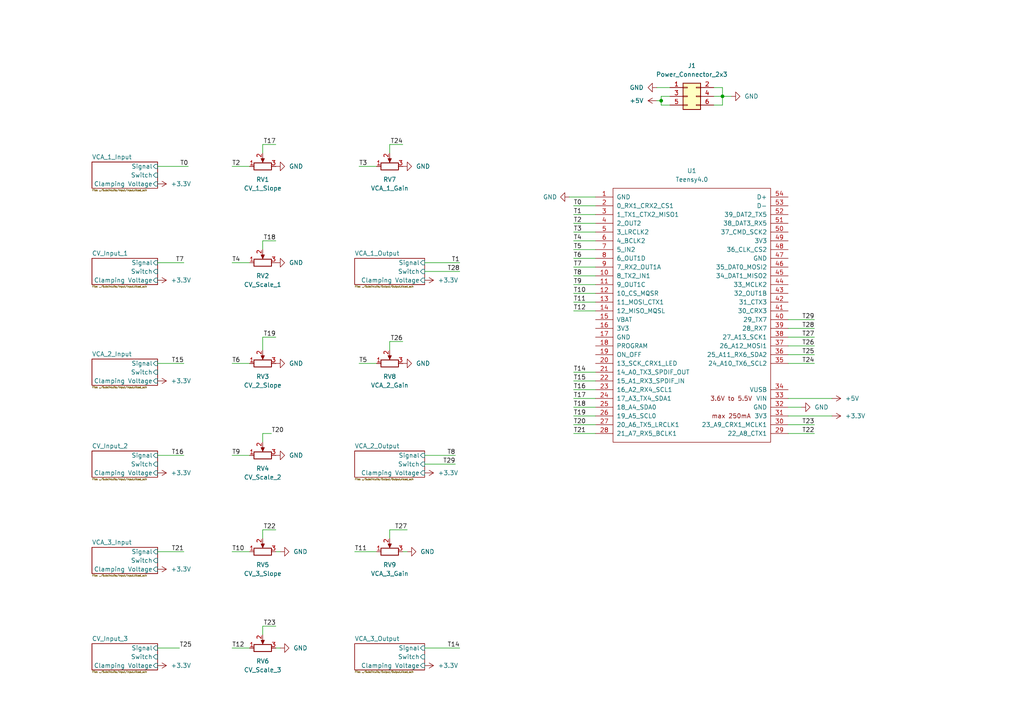
<source format=kicad_sch>
(kicad_sch (version 20211123) (generator eeschema)
  (paper "A4")
  (lib_symbols
    (symbol "Connector_Generic:Conn_02x03_Odd_Even" (pin_names (offset 1.016) hide)
      (property "Reference" "J" (at 1.27 5.08 0))
      (property "Value" "Conn_02x03_Odd_Even" (at 1.27 -5.08 0))
      (symbol "Conn_02x03_Odd_Even_1_1"
        (rectangle (start -1.27 -2.413) (end 0 -2.667) (stroke (width 0.1524)))
        (rectangle (start -1.27 0.127) (end 0 -0.127) (stroke (width 0.1524)))
        (rectangle (start -1.27 2.667) (end 0 2.413) (stroke (width 0.1524)))
        (rectangle (start -1.27 3.81) (end 3.81 -3.81) (stroke (width 0.254)) (fill (type background)))
        (rectangle (start 3.81 -2.413) (end 2.54 -2.667) (stroke (width 0.1524)))
        (rectangle (start 3.81 0.127) (end 2.54 -0.127) (stroke (width 0.1524)))
        (rectangle (start 3.81 2.667) (end 2.54 2.413) (stroke (width 0.1524)))
        (pin passive line (at -5.08 2.54 0) (length 3.81) (name "Pin_1") (number "1"))
        (pin passive line (at 7.62 2.54 180) (length 3.81) (name "Pin_2") (number "2"))
        (pin passive line (at -5.08 0 0) (length 3.81) (name "Pin_3") (number "3"))
        (pin passive line (at 7.62 0 180) (length 3.81) (name "Pin_4") (number "4"))
        (pin passive line (at -5.08 -2.54 0) (length 3.81) (name "Pin_5") (number "5"))
        (pin passive line (at 7.62 -2.54 180) (length 3.81) (name "Pin_6") (number "6"))
      )
    )
    (symbol "Device:R_Potentiometer" (pin_names (offset 1.016) hide)
      (property "Reference" "RV" (at -4.445 0 90))
      (property "Value" "R_Potentiometer" (at -2.54 0 90))
      (symbol "R_Potentiometer_0_1"
        (polyline (pts (xy 2.54 0) (xy 1.524 0)))
        (polyline (pts (xy 1.143 0) (xy 2.286 0.508) (xy 2.286 -0.508) (xy 1.143 0)) (fill (type outline)))
        (rectangle (start 1.016 2.54) (end -1.016 -2.54) (stroke (width 0.254)))
      )
      (symbol "R_Potentiometer_1_1"
        (pin passive line (at 0 3.81 270) (length 1.27) (name "1") (number "1"))
        (pin passive line (at 3.81 0 180) (length 1.27) (name "2") (number "2"))
        (pin passive line (at 0 -3.81 90) (length 1.27) (name "3") (number "3"))
      )
    )
    (symbol "Teensy:Teensy4.0" (pin_names (offset 1.016))
      (property "Reference" "U" (at 0 39.37 0))
      (property "Value" "Teensy4.0" (at 0 -39.37 0))
      (symbol "Teensy4.0_0_0"
        (text "3.6V to 5.5V" (at 11.43 -24.13 0) (effects (font (size 1.27 1.27))))
        (text "max 250mA" (at 11.43 -29.21 0) (effects (font (size 1.27 1.27))))
        (pin bidirectional line (at -27.94 11.43 0) (length 5.08) (name "8_TX2_IN1") (number "10"))
        (pin bidirectional line (at -27.94 8.89 0) (length 5.08) (name "9_OUT1C") (number "11"))
        (pin bidirectional line (at -27.94 6.35 0) (length 5.08) (name "10_CS_MQSR") (number "12"))
        (pin bidirectional line (at -27.94 3.81 0) (length 5.08) (name "11_MOSI_CTX1") (number "13"))
        (pin bidirectional line (at -27.94 1.27 0) (length 5.08) (name "12_MISO_MQSL") (number "14"))
        (pin power_in line (at -27.94 -1.27 0) (length 5.08) (name "VBAT") (number "15"))
        (pin power_in line (at -27.94 -3.81 0) (length 5.08) (name "3V3") (number "16"))
        (pin power_in line (at -27.94 -6.35 0) (length 5.08) (name "GND") (number "17"))
        (pin input line (at -27.94 -8.89 0) (length 5.08) (name "PROGRAM") (number "18"))
        (pin input line (at -27.94 -11.43 0) (length 5.08) (name "ON_OFF") (number "19"))
        (pin bidirectional line (at -27.94 -13.97 0) (length 5.08) (name "13_SCK_CRX1_LED") (number "20"))
        (pin bidirectional line (at -27.94 -16.51 0) (length 5.08) (name "14_A0_TX3_SPDIF_OUT") (number "21"))
        (pin bidirectional line (at -27.94 -19.05 0) (length 5.08) (name "15_A1_RX3_SPDIF_IN") (number "22"))
        (pin bidirectional line (at -27.94 -21.59 0) (length 5.08) (name "16_A2_RX4_SCL1") (number "23"))
        (pin bidirectional line (at -27.94 -24.13 0) (length 5.08) (name "17_A3_TX4_SDA1") (number "24"))
        (pin bidirectional line (at -27.94 -26.67 0) (length 5.08) (name "18_A4_SDA0") (number "25"))
        (pin bidirectional line (at -27.94 -29.21 0) (length 5.08) (name "19_A5_SCL0") (number "26"))
        (pin bidirectional line (at -27.94 -31.75 0) (length 5.08) (name "20_A6_TX5_LRCLK1") (number "27"))
        (pin bidirectional line (at -27.94 -34.29 0) (length 5.08) (name "21_A7_RX5_BCLK1") (number "28"))
        (pin bidirectional line (at 27.94 -34.29 180) (length 5.08) (name "22_A8_CTX1") (number "29"))
        (pin bidirectional line (at 27.94 -31.75 180) (length 5.08) (name "23_A9_CRX1_MCLK1") (number "30"))
        (pin power_out line (at 27.94 -29.21 180) (length 5.08) (name "3V3") (number "31"))
        (pin power_in line (at 27.94 -26.67 180) (length 5.08) (name "GND") (number "32"))
        (pin power_in line (at 27.94 -24.13 180) (length 5.08) (name "VIN") (number "33"))
        (pin power_out line (at 27.94 -21.59 180) (length 5.08) (name "VUSB") (number "34"))
        (pin bidirectional line (at 27.94 -13.97 180) (length 5.08) (name "24_A10_TX6_SCL2") (number "35"))
        (pin bidirectional line (at 27.94 -11.43 180) (length 5.08) (name "25_A11_RX6_SDA2") (number "36"))
        (pin bidirectional line (at 27.94 -8.89 180) (length 5.08) (name "26_A12_MOSI1") (number "37"))
        (pin bidirectional line (at 27.94 -6.35 180) (length 5.08) (name "27_A13_SCK1") (number "38"))
        (pin bidirectional line (at 27.94 -3.81 180) (length 5.08) (name "28_RX7") (number "39"))
        (pin bidirectional line (at 27.94 -1.27 180) (length 5.08) (name "29_TX7") (number "40"))
        (pin bidirectional line (at 27.94 1.27 180) (length 5.08) (name "30_CRX3") (number "41"))
        (pin bidirectional line (at 27.94 3.81 180) (length 5.08) (name "31_CTX3") (number "42"))
        (pin bidirectional line (at 27.94 6.35 180) (length 5.08) (name "32_OUT1B") (number "43"))
        (pin bidirectional line (at 27.94 8.89 180) (length 5.08) (name "33_MCLK2") (number "44"))
        (pin bidirectional line (at 27.94 11.43 180) (length 5.08) (name "34_DAT1_MISO2") (number "45"))
        (pin bidirectional line (at 27.94 13.97 180) (length 5.08) (name "35_DAT0_MOSI2") (number "46"))
        (pin power_out line (at 27.94 16.51 180) (length 5.08) (name "GND") (number "47"))
        (pin bidirectional line (at 27.94 19.05 180) (length 5.08) (name "36_CLK_CS2") (number "48"))
        (pin power_out line (at 27.94 21.59 180) (length 5.08) (name "3V3") (number "49"))
        (pin bidirectional line (at -27.94 24.13 0) (length 5.08) (name "3_LRCLK2") (number "5"))
        (pin bidirectional line (at 27.94 24.13 180) (length 5.08) (name "37_CMD_SCK2") (number "50"))
        (pin bidirectional line (at 27.94 26.67 180) (length 5.08) (name "38_DAT3_RX5") (number "51"))
        (pin bidirectional line (at 27.94 29.21 180) (length 5.08) (name "39_DAT2_TX5") (number "52"))
        (pin bidirectional line (at 27.94 31.75 180) (length 5.08) (name "D-") (number "53"))
        (pin bidirectional line (at 27.94 34.29 180) (length 5.08) (name "D+") (number "54"))
        (pin bidirectional line (at -27.94 21.59 0) (length 5.08) (name "4_BCLK2") (number "6"))
        (pin bidirectional line (at -27.94 19.05 0) (length 5.08) (name "5_IN2") (number "7"))
        (pin bidirectional line (at -27.94 16.51 0) (length 5.08) (name "6_OUT1D") (number "8"))
        (pin bidirectional line (at -27.94 13.97 0) (length 5.08) (name "7_RX2_OUT1A") (number "9"))
      )
      (symbol "Teensy4.0_0_1"
        (rectangle (start -22.86 36.83) (end 22.86 -36.83))
        (rectangle (start -20.32 -31.75) (end -20.32 -31.75))
      )
      (symbol "Teensy4.0_1_1"
        (pin power_in line (at -27.94 34.29 0) (length 5.08) (name "GND") (number "1"))
        (pin bidirectional line (at -27.94 31.75 0) (length 5.08) (name "0_RX1_CRX2_CS1") (number "2"))
        (pin bidirectional line (at -27.94 29.21 0) (length 5.08) (name "1_TX1_CTX2_MISO1") (number "3"))
        (pin bidirectional line (at -27.94 26.67 0) (length 5.08) (name "2_OUT2") (number "4"))
      )
    )
    (symbol "power:+3.3V" (power) (pin_names (offset 0))
      (property "Value" "+3.3V" (at 0 3.556 0))
      (symbol "+3.3V_0_1"
        (polyline (pts (xy -0.762 1.27) (xy 0 2.54)))
        (polyline (pts (xy 0 0) (xy 0 2.54)))
        (polyline (pts (xy 0 2.54) (xy 0.762 1.27)))
      )
      (symbol "+3.3V_1_1"
        (pin power_in line (at 0 0 90) (length 0) hide (name "+3.3V") (number "1"))
      )
    )
    (symbol "power:+5V" (power) (pin_names (offset 0))
      (property "Value" "+5V" (at 0 3.556 0))
      (symbol "+5V_0_1"
        (polyline (pts (xy -0.762 1.27) (xy 0 2.54)))
        (polyline (pts (xy 0 0) (xy 0 2.54)))
        (polyline (pts (xy 0 2.54) (xy 0.762 1.27)))
      )
      (symbol "+5V_1_1"
        (pin power_in line (at 0 0 90) (length 0) hide (name "+5V") (number "1"))
      )
    )
    (symbol "power:GND" (power) (pin_names (offset 0))
      (property "Value" "GND" (at 0 -3.81 0))
      (symbol "GND_0_1"
        (polyline (pts (xy 0 0) (xy 0 -1.27) (xy 1.27 -1.27) (xy 0 -2.54) (xy -1.27 -1.27) (xy 0 -1.27)))
      )
      (symbol "GND_1_1"
        (pin power_in line (at 0 0 270) (length 0) hide (name "GND") (number "1"))
      )
    )
  )
  (junction (at 191.77 29.21))
  (junction (at 209.55 27.94))
  (wire (pts (xy 80.01 160.02) (xy 81.28 160.02)))
  (wire (pts (xy 166.37 113.03) (xy 172.72 113.03)))
  (wire (pts (xy 228.6 100.33) (xy 236.22 100.33)))
  (wire (pts (xy 190.5 25.4) (xy 194.31 25.4)))
  (wire (pts (xy 123.19 134.62) (xy 132.08 134.62)))
  (wire (pts (xy 191.77 27.94) (xy 191.77 29.21)))
  (wire (pts (xy 191.77 30.48) (xy 191.77 29.21)))
  (wire (pts (xy 113.03 153.67) (xy 113.03 156.21)))
  (wire (pts (xy 166.37 118.11) (xy 172.72 118.11)))
  (wire (pts (xy 80.01 153.67) (xy 76.2 153.67)))
  (wire (pts (xy 166.37 62.23) (xy 172.72 62.23)))
  (wire (pts (xy 166.37 120.65) (xy 172.72 120.65)))
  (wire (pts (xy 166.37 87.63) (xy 172.72 87.63)))
  (wire (pts (xy 194.31 27.94) (xy 191.77 27.94)))
  (wire (pts (xy 166.37 115.57) (xy 172.72 115.57)))
  (wire (pts (xy 67.31 160.02) (xy 72.39 160.02)))
  (wire (pts (xy 166.37 107.95) (xy 172.72 107.95)))
  (wire (pts (xy 116.84 41.91) (xy 113.03 41.91)))
  (wire (pts (xy 166.37 80.01) (xy 172.72 80.01)))
  (wire (pts (xy 78.74 125.73) (xy 76.2 125.73)))
  (wire (pts (xy 67.31 187.96) (xy 72.39 187.96)))
  (wire (pts (xy 80.01 41.91) (xy 76.2 41.91)))
  (wire (pts (xy 228.6 97.79) (xy 236.22 97.79)))
  (wire (pts (xy 80.01 97.79) (xy 76.2 97.79)))
  (wire (pts (xy 45.72 105.41) (xy 53.34 105.41)))
  (wire (pts (xy 228.6 105.41) (xy 236.22 105.41)))
  (wire (pts (xy 232.41 118.11) (xy 228.6 118.11)))
  (wire (pts (xy 113.03 41.91) (xy 113.03 44.45)))
  (wire (pts (xy 207.01 30.48) (xy 209.55 30.48)))
  (wire (pts (xy 80.01 181.61) (xy 76.2 181.61)))
  (wire (pts (xy 209.55 30.48) (xy 209.55 27.94)))
  (wire (pts (xy 123.19 76.2) (xy 133.35 76.2)))
  (wire (pts (xy 166.37 123.19) (xy 172.72 123.19)))
  (wire (pts (xy 67.31 76.2) (xy 72.39 76.2)))
  (wire (pts (xy 166.37 67.31) (xy 172.72 67.31)))
  (wire (pts (xy 241.3 120.65) (xy 228.6 120.65)))
  (wire (pts (xy 228.6 102.87) (xy 236.22 102.87)))
  (wire (pts (xy 228.6 123.19) (xy 236.22 123.19)))
  (wire (pts (xy 76.2 181.61) (xy 76.2 184.15)))
  (wire (pts (xy 80.01 69.85) (xy 76.2 69.85)))
  (wire (pts (xy 76.2 97.79) (xy 76.2 101.6)))
  (wire (pts (xy 67.31 132.08) (xy 72.39 132.08)))
  (wire (pts (xy 207.01 27.94) (xy 209.55 27.94)))
  (wire (pts (xy 45.72 48.26) (xy 54.61 48.26)))
  (wire (pts (xy 166.37 74.93) (xy 172.72 74.93)))
  (wire (pts (xy 228.6 92.71) (xy 236.22 92.71)))
  (wire (pts (xy 166.37 125.73) (xy 172.72 125.73)))
  (wire (pts (xy 67.31 48.26) (xy 72.39 48.26)))
  (wire (pts (xy 166.37 72.39) (xy 172.72 72.39)))
  (wire (pts (xy 45.72 160.02) (xy 53.34 160.02)))
  (wire (pts (xy 45.72 76.2) (xy 53.34 76.2)))
  (wire (pts (xy 76.2 41.91) (xy 76.2 44.45)))
  (wire (pts (xy 166.37 82.55) (xy 172.72 82.55)))
  (wire (pts (xy 123.19 187.96) (xy 133.35 187.96)))
  (wire (pts (xy 166.37 110.49) (xy 172.72 110.49)))
  (wire (pts (xy 118.11 153.67) (xy 113.03 153.67)))
  (wire (pts (xy 228.6 95.25) (xy 236.22 95.25)))
  (wire (pts (xy 209.55 25.4) (xy 209.55 27.94)))
  (wire (pts (xy 104.14 48.26) (xy 109.22 48.26)))
  (wire (pts (xy 45.72 187.96) (xy 52.07 187.96)))
  (wire (pts (xy 165.1 57.15) (xy 172.72 57.15)))
  (wire (pts (xy 166.37 85.09) (xy 172.72 85.09)))
  (wire (pts (xy 207.01 25.4) (xy 209.55 25.4)))
  (wire (pts (xy 76.2 125.73) (xy 76.2 128.27)))
  (wire (pts (xy 113.03 99.06) (xy 113.03 101.6)))
  (wire (pts (xy 116.84 160.02) (xy 118.11 160.02)))
  (wire (pts (xy 102.87 160.02) (xy 109.22 160.02)))
  (wire (pts (xy 228.6 125.73) (xy 236.22 125.73)))
  (wire (pts (xy 67.31 105.41) (xy 72.39 105.41)))
  (wire (pts (xy 76.2 69.85) (xy 76.2 72.39)))
  (wire (pts (xy 104.14 105.41) (xy 109.22 105.41)))
  (wire (pts (xy 194.31 30.48) (xy 191.77 30.48)))
  (wire (pts (xy 45.72 132.08) (xy 53.34 132.08)))
  (wire (pts (xy 123.19 78.74) (xy 133.35 78.74)))
  (wire (pts (xy 209.55 27.94) (xy 212.09 27.94)))
  (wire (pts (xy 241.3 115.57) (xy 228.6 115.57)))
  (wire (pts (xy 191.77 29.21) (xy 190.5 29.21)))
  (wire (pts (xy 166.37 90.17) (xy 172.72 90.17)))
  (wire (pts (xy 166.37 77.47) (xy 172.72 77.47)))
  (wire (pts (xy 166.37 64.77) (xy 172.72 64.77)))
  (wire (pts (xy 123.19 132.08) (xy 132.08 132.08)))
  (wire (pts (xy 81.28 187.96) (xy 80.01 187.96)))
  (wire (pts (xy 76.2 153.67) (xy 76.2 156.21)))
  (wire (pts (xy 116.84 99.06) (xy 113.03 99.06)))
  (wire (pts (xy 166.37 59.69) (xy 172.72 59.69)))
  (wire (pts (xy 166.37 69.85) (xy 172.72 69.85)))
  (label "T17" (at 166.37 115.57 0))
  (label "T8" (at 132.08 132.08 180))
  (label "T9" (at 166.37 82.55 0))
  (label "T25" (at 52.07 187.96 0))
  (label "T29" (at 236.22 92.71 180))
  (label "T11" (at 166.37 87.63 0))
  (label "T7" (at 166.37 77.47 0))
  (label "T19" (at 166.37 120.65 0))
  (label "T22" (at 80.01 153.67 180))
  (label "T29" (at 132.08 134.62 180))
  (label "T20" (at 78.74 125.73 0))
  (label "T14" (at 166.37 107.95 0))
  (label "T26" (at 236.22 100.33 180))
  (label "T28" (at 236.22 95.25 180))
  (label "T23" (at 80.01 181.61 180))
  (label "T4" (at 166.37 69.85 0))
  (label "T21" (at 166.37 125.73 0))
  (label "T4" (at 67.31 76.2 0))
  (label "T7" (at 53.34 76.2 180))
  (label "T17" (at 80.01 41.91 180))
  (label "T27" (at 236.22 97.79 180))
  (label "T1" (at 133.35 76.2 180))
  (label "T22" (at 236.22 125.73 180))
  (label "T24" (at 116.84 41.91 180))
  (label "T10" (at 67.31 160.02 0))
  (label "T20" (at 166.37 123.19 0))
  (label "T6" (at 67.31 105.41 0))
  (label "T11" (at 102.87 160.02 0))
  (label "T28" (at 133.35 78.74 180))
  (label "T3" (at 104.14 48.26 0))
  (label "T6" (at 166.37 74.93 0))
  (label "T10" (at 166.37 85.09 0))
  (label "T0" (at 166.37 59.69 0))
  (label "T18" (at 166.37 118.11 0))
  (label "T9" (at 67.31 132.08 0))
  (label "T19" (at 80.01 97.79 180))
  (label "T2" (at 166.37 64.77 0))
  (label "T25" (at 236.22 102.87 180))
  (label "T18" (at 80.01 69.85 180))
  (label "T2" (at 67.31 48.26 0))
  (label "T1" (at 166.37 62.23 0))
  (label "T21" (at 53.34 160.02 180))
  (label "T15" (at 53.34 105.41 180))
  (label "T5" (at 166.37 72.39 0))
  (label "T16" (at 53.34 132.08 180))
  (label "T12" (at 166.37 90.17 0))
  (label "T3" (at 166.37 67.31 0))
  (label "T26" (at 116.84 99.06 180))
  (label "T0" (at 54.61 48.26 180))
  (label "T12" (at 67.31 187.96 0))
  (label "T14" (at 133.35 187.96 180))
  (label "T24" (at 236.22 105.41 180))
  (label "T27" (at 118.11 153.67 180))
  (label "T8" (at 166.37 80.01 0))
  (label "T5" (at 104.14 105.41 0))
  (label "T23" (at 236.22 123.19 180))
  (label "T16" (at 166.37 113.03 0))
  (label "T15" (at 166.37 110.49 0))
  (symbol (lib_id "power:GND") (at 80.01 105.41 90) (unit 1)
    (property "Reference" "#PWR0101" (effects hide))
    (property "Value" "GND" (at 83.82 105.4099 90) (effects (justify right)))
  )
  (symbol (lib_id "Device:R_Potentiometer") (at 113.03 48.26 90) (unit 1)
    (property "Reference" "RV7" (at 113.03 52.07 90))
    (property "Value" "VCA_1_Gain" (at 113.03 54.61 90))
    (property "Footprint" "Potentiometer:Bourns_PTV09A-4025FB103" (effects hide))
  )
  (symbol (lib_id "power:GND") (at 165.1 57.15 270) (unit 1)
    (property "Reference" "#PWR0109" (effects hide))
    (property "Value" "GND" (at 157.48 57.15 90) (effects (justify left)))
  )
  (symbol (lib_id "power:+3.3V") (at 45.72 110.49 270) (unit 1)
    (property "Reference" "#PWR0106" (effects hide))
    (property "Value" "+3.3V" (at 49.53 110.4899 90) (effects (justify left)))
  )
  (symbol (lib_id "power:+3.3V") (at 123.19 81.28 270) (unit 1)
    (property "Reference" "#PWR0113" (effects hide))
    (property "Value" "+3.3V" (at 127 81.2799 90) (effects (justify left)))
  )
  (symbol (lib_id "Device:R_Potentiometer") (at 76.2 132.08 90) (unit 1)
    (property "Reference" "RV4" (at 76.2 135.89 90))
    (property "Value" "CV_Scale_2" (at 76.2 138.43 90))
    (property "Footprint" "Potentiometer:Bourns_PTV09A-4020UB103" (effects hide))
  )
  (symbol (lib_id "power:GND") (at 81.28 187.96 90) (unit 1)
    (property "Reference" "#PWR0120" (effects hide))
    (property "Value" "GND" (at 85.09 187.9599 90) (effects (justify right)))
  )
  (symbol (lib_id "Device:R_Potentiometer") (at 76.2 76.2 90) (unit 1)
    (property "Reference" "RV2" (at 76.2 80.01 90))
    (property "Value" "CV_Scale_1" (at 76.2 82.55 90))
    (property "Footprint" "Potentiometer:Bourns_PTV09A-4020UB103" (effects hide))
  )
  (symbol (lib_id "power:+5V") (at 241.3 115.57 270) (unit 1)
    (property "Reference" "#PWR0119" (effects hide))
    (property "Value" "+5V" (at 245.11 115.5699 90) (effects (justify left)))
  )
  (symbol (lib_id "power:GND") (at 80.01 132.08 90) (unit 1)
    (property "Reference" "#PWR0102" (effects hide))
    (property "Value" "GND" (at 83.82 132.0799 90) (effects (justify right)))
  )
  (symbol (lib_id "Device:R_Potentiometer") (at 113.03 105.41 90) (unit 1)
    (property "Reference" "RV8" (at 113.03 109.22 90))
    (property "Value" "VCA_2_Gain" (at 113.03 111.76 90))
    (property "Footprint" "Potentiometer:Bourns_PTV09A-4025FB103" (effects hide))
  )
  (symbol (lib_id "power:+3.3V") (at 45.72 165.1 270) (unit 1)
    (property "Reference" "#PWR0103" (effects hide))
    (property "Value" "+3.3V" (at 49.53 165.0999 90) (effects (justify left)))
  )
  (symbol (lib_id "power:GND") (at 232.41 118.11 90) (unit 1)
    (property "Reference" "#PWR0118" (effects hide))
    (property "Value" "GND" (at 236.22 118.1099 90) (effects (justify right)))
  )
  (symbol (lib_id "power:GND") (at 116.84 48.26 90) (unit 1)
    (property "Reference" "#PWR0116" (effects hide))
    (property "Value" "GND" (at 120.65 48.2599 90) (effects (justify right)))
  )
  (symbol (lib_id "power:+3.3V") (at 123.19 137.16 270) (unit 1)
    (property "Reference" "#PWR0125" (effects hide))
    (property "Value" "+3.3V" (at 127 137.1599 90) (effects (justify left)))
  )
  (symbol (lib_id "power:GND") (at 190.5 25.4 270) (unit 1)
    (property "Reference" "#PWR0107" (effects hide))
    (property "Value" "GND" (at 186.69 25.3999 90) (effects (justify right)))
  )
  (symbol (lib_id "power:+3.3V") (at 241.3 120.65 270) (unit 1)
    (property "Reference" "#PWR0117" (effects hide))
    (property "Value" "+3.3V" (at 245.11 120.6499 90) (effects (justify left)))
  )
  (symbol (lib_id "Connector_Generic:Conn_02x03_Odd_Even") (at 199.39 27.94 0) (unit 1)
    (property "Reference" "J1" (at 200.66 19.05 0))
    (property "Value" "Power_Connector_2x3" (at 200.66 21.59 0))
    (property "Footprint" "Connector_PinHeader_2.54mm:PinHeader_2x03_P2.54mm_Vertical_SMD" (effects hide))
  )
  (symbol (lib_id "Teensy:Teensy4.0") (at 200.66 91.44 0) (unit 1)
    (property "Reference" "U1" (at 200.66 49.53 0))
    (property "Value" "Teensy4.0" (at 200.66 52.07 0))
    (property "Footprint" "Teensy:Teensy 4.0 horizontal" (effects hide))
  )
  (symbol (lib_id "power:GND") (at 116.84 105.41 90) (unit 1)
    (property "Reference" "#PWR0122" (effects hide))
    (property "Value" "GND" (at 120.65 105.4099 90) (effects (justify right)))
  )
  (symbol (lib_id "power:+3.3V") (at 45.72 81.28 270) (unit 1)
    (property "Reference" "#PWR0114" (effects hide))
    (property "Value" "+3.3V" (at 49.53 81.2799 90) (effects (justify left)))
  )
  (symbol (lib_id "power:GND") (at 80.01 76.2 90) (unit 1)
    (property "Reference" "#PWR0112" (effects hide))
    (property "Value" "GND" (at 83.82 76.1999 90) (effects (justify right)))
  )
  (symbol (lib_id "Device:R_Potentiometer") (at 76.2 160.02 90) (unit 1)
    (property "Reference" "RV5" (at 76.2 163.83 90))
    (property "Value" "CV_3_Slope" (at 76.2 166.37 90))
    (property "Footprint" "Potentiometer:Bourns_PTV09A-4020UB103" (effects hide))
  )
  (symbol (lib_id "power:+3.3V") (at 45.72 53.34 270) (unit 1)
    (property "Reference" "#PWR0111" (effects hide))
    (property "Value" "+3.3V" (at 49.53 53.3399 90) (effects (justify left)))
  )
  (symbol (lib_id "Device:R_Potentiometer") (at 76.2 187.96 90) (unit 1)
    (property "Reference" "RV6" (at 76.2 191.77 90))
    (property "Value" "CV_Scale_3" (at 76.2 194.31 90))
    (property "Footprint" "Potentiometer:Bourns_PTV09A-4020UB103" (effects hide))
  )
  (symbol (lib_id "power:+5V") (at 190.5 29.21 90) (unit 1)
    (property "Reference" "#PWR0108" (effects hide))
    (property "Value" "+5V" (at 186.69 29.2099 90) (effects (justify left)))
  )
  (symbol (lib_id "Device:R_Potentiometer") (at 113.03 160.02 90) (unit 1)
    (property "Reference" "RV9" (at 113.03 163.83 90))
    (property "Value" "VCA_3_Gain" (at 113.03 166.37 90))
    (property "Footprint" "Potentiometer:Bourns_PTV09A-4025FB103" (effects hide))
  )
  (symbol (lib_id "Device:R_Potentiometer") (at 76.2 48.26 90) (unit 1)
    (property "Reference" "RV1" (at 76.2 52.07 90))
    (property "Value" "CV_1_Slope" (at 76.2 54.61 90))
    (property "Footprint" "Potentiometer:Bourns_PTV09A-4020UB103" (effects hide))
  )
  (symbol (lib_id "power:+3.3V") (at 45.72 137.16 270) (unit 1)
    (property "Reference" "#PWR0104" (effects hide))
    (property "Value" "+3.3V" (at 49.53 137.1599 90) (effects (justify left)))
  )
  (symbol (lib_id "power:GND") (at 81.28 160.02 90) (unit 1)
    (property "Reference" "#PWR0124" (effects hide))
    (property "Value" "GND" (at 85.09 160.0199 90) (effects (justify right)))
  )
  (symbol (lib_id "power:GND") (at 118.11 160.02 90) (unit 1)
    (property "Reference" "#PWR0123" (effects hide))
    (property "Value" "GND" (at 121.92 160.0199 90) (effects (justify right)))
  )
  (symbol (lib_id "Device:R_Potentiometer") (at 76.2 105.41 90) (unit 1)
    (property "Reference" "RV3" (at 76.2 109.22 90))
    (property "Value" "CV_2_Slope" (at 76.2 111.76 90))
    (property "Footprint" "Potentiometer:Bourns_PTV09A-4020UB103" (effects hide))
  )
  (symbol (lib_id "power:GND") (at 80.01 48.26 90) (unit 1)
    (property "Reference" "#PWR0115" (effects hide))
    (property "Value" "GND" (at 83.82 48.2599 90) (effects (justify right)))
  )
  (symbol (lib_id "power:GND") (at 212.09 27.94 90) (unit 1)
    (property "Reference" "#PWR0110" (effects hide))
    (property "Value" "GND" (at 215.9 27.9399 90) (effects (justify right)))
  )
  (symbol (lib_id "power:+3.3V") (at 123.19 193.04 270) (unit 1)
    (property "Reference" "#PWR0121" (effects hide))
    (property "Value" "+3.3V" (at 127 193.0399 90) (effects (justify left)))
  )
  (symbol (lib_id "power:+3.3V") (at 45.72 193.04 270) (unit 1)
    (property "Reference" "#PWR0105" (effects hide))
    (property "Value" "+3.3V" (at 49.53 193.0399 90) (effects (justify left)))
  )
  (sheet (at 26.67 186.69) (size 19.05 7.62) (stroke (width 0.1524))
    (property "Sheet name" "CV_Input_3" (at 26.67 185.9784 0) (effects (justify left bottom)))
    (property "Sheet file" "../Subcircuits/Input/Input.kicad_sch" (at 26.67 194.5866 0) (effects (font (size 0.5 0.5)) (justify left top)))
    (pin "Signal" input (at 45.72 187.96 0))
    (pin "Switch" input (at 45.72 190.5 0))
    (pin "Clamping Voltage" input (at 45.72 193.04 0))
  )
  (sheet (at 102.87 186.69) (size 20.32 7.62) (stroke (width 0.1524))
    (property "Sheet name" "VCA_3_Output" (at 102.87 185.9784 0) (effects (justify left bottom)))
    (property "Sheet file" "../Subcircuits/Output/Output.kicad_sch" (at 102.87 194.5866 0) (effects (font (size 0.5 0.5)) (justify left top)))
    (pin "Signal" input (at 123.19 187.96 0))
    (pin "Clamping Voltage" input (at 123.19 193.04 0))
    (pin "Switch" input (at 123.19 190.5 0))
  )
  (sheet (at 102.87 130.81) (size 20.32 7.62) (stroke (width 0.1524))
    (property "Sheet name" "VCA_2_Output" (at 102.87 130.0984 0) (effects (justify left bottom)))
    (property "Sheet file" "../Subcircuits/Output/Output.kicad_sch" (at 102.87 138.7066 0) (effects (font (size 0.5 0.5)) (justify left top)))
    (pin "Signal" input (at 123.19 132.08 0))
    (pin "Clamping Voltage" input (at 123.19 137.16 0))
    (pin "Switch" input (at 123.19 134.62 0))
  )
  (sheet (at 26.67 74.93) (size 19.05 7.62) (stroke (width 0.1524))
    (property "Sheet name" "CV_Input_1" (at 26.67 74.2184 0) (effects (justify left bottom)))
    (property "Sheet file" "../Subcircuits/Input/Input.kicad_sch" (at 26.67 82.8266 0) (effects (font (size 0.5 0.5)) (justify left top)))
    (pin "Signal" input (at 45.72 76.2 0))
    (pin "Switch" input (at 45.72 78.74 0))
    (pin "Clamping Voltage" input (at 45.72 81.28 0))
  )
  (sheet (at 26.67 130.81) (size 19.05 7.62) (stroke (width 0.1524))
    (property "Sheet name" "CV_Input_2" (at 26.67 130.0984 0) (effects (justify left bottom)))
    (property "Sheet file" "../Subcircuits/Input/Input.kicad_sch" (at 26.67 138.7066 0) (effects (font (size 0.5 0.5)) (justify left top)))
    (pin "Signal" input (at 45.72 132.08 0))
    (pin "Switch" input (at 45.72 134.62 0))
    (pin "Clamping Voltage" input (at 45.72 137.16 0))
  )
  (sheet (at 26.67 46.99) (size 19.05 7.62) (stroke (width 0.1524))
    (property "Sheet name" "VCA_1_Input" (at 26.67 46.2784 0) (effects (justify left bottom)))
    (property "Sheet file" "../Subcircuits/Input/Input.kicad_sch" (at 26.67 54.8866 0) (effects (font (size 0.5 0.5)) (justify left top)))
    (pin "Signal" input (at 45.72 48.26 0))
    (pin "Switch" input (at 45.72 50.8 0))
    (pin "Clamping Voltage" input (at 45.72 53.34 0))
  )
  (sheet (at 26.67 104.14) (size 19.05 7.62) (stroke (width 0.1524))
    (property "Sheet name" "VCA_2_Input" (at 26.67 103.4284 0) (effects (justify left bottom)))
    (property "Sheet file" "../Subcircuits/Input/Input.kicad_sch" (at 26.67 112.0366 0) (effects (font (size 0.5 0.5)) (justify left top)))
    (pin "Signal" input (at 45.72 105.41 0))
    (pin "Switch" input (at 45.72 107.95 0))
    (pin "Clamping Voltage" input (at 45.72 110.49 0))
  )
  (sheet (at 26.67 158.75) (size 19.05 7.62) (stroke (width 0.1524))
    (property "Sheet name" "VCA_3_Input" (at 26.67 158.0384 0) (effects (justify left bottom)))
    (property "Sheet file" "../Subcircuits/Input/Input.kicad_sch" (at 26.67 166.6466 0) (effects (font (size 0.5 0.5)) (justify left top)))
    (pin "Signal" input (at 45.72 160.02 0))
    (pin "Switch" input (at 45.72 162.56 0))
    (pin "Clamping Voltage" input (at 45.72 165.1 0))
  )
  (sheet (at 102.87 74.93) (size 20.32 7.62) (stroke (width 0.1524))
    (property "Sheet name" "VCA_1_Output" (at 102.87 74.2184 0) (effects (justify left bottom)))
    (property "Sheet file" "../Subcircuits/Output/Output.kicad_sch" (at 102.87 82.8266 0) (effects (font (size 0.5 0.5)) (justify left top)))
    (pin "Signal" input (at 123.19 76.2 0))
    (pin "Clamping Voltage" input (at 123.19 81.28 0))
    (pin "Switch" input (at 123.19 78.74 0))
  )
)
</source>
